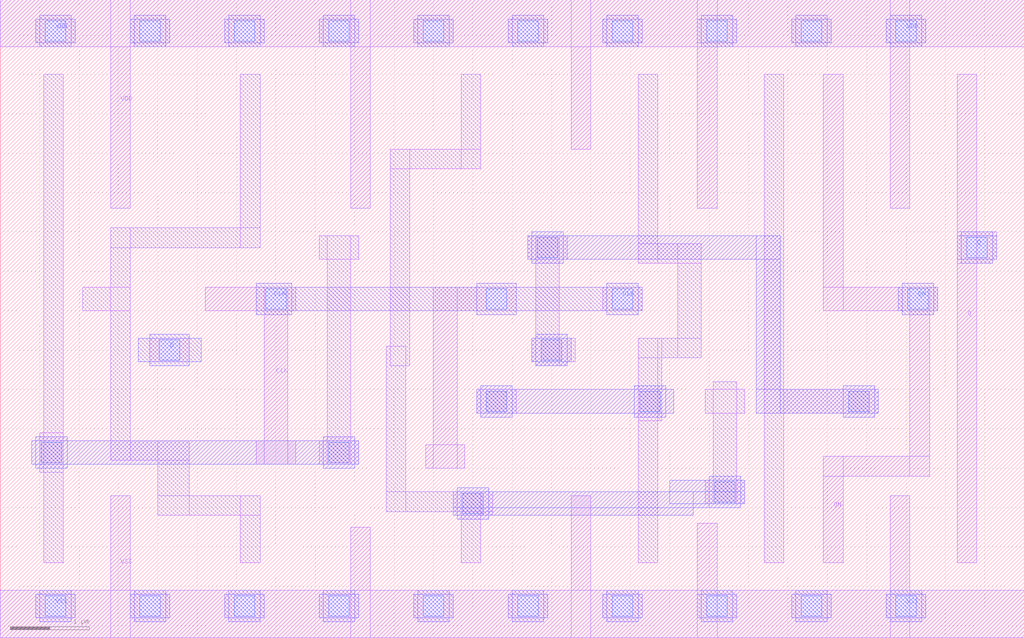
<source format=lef>
VERSION 5.7 ;
BUSBITCHARS "[]" ;
DIVIDERCHAR "/" ;

MACRO gf180mcu_osu_sc_12T_dff_1
  CLASS CORE ;
  ORIGIN 0 0.15 ;
  FOREIGN gf180mcu_osu_sc_12T_dff_1 0 -0.15 ;
  SIZE 13 BY 8.1 ;
  SYMMETRY X Y ;
  SITE 12T ;
  PIN CLK
    DIRECTION INPUT ;
    USE CLOCK ;
    PORT
      LAYER MET1 ;
        RECT 7.65 4 8.15 4.3 ;
        RECT 5.5 4 6.55 4.3 ;
        RECT 5.4 2 5.9 2.3 ;
        RECT 5.5 2 5.8 4.3 ;
        RECT 2.6 4 3.75 4.3 ;
        RECT 3.25 2.05 3.75 2.35 ;
        RECT 3.35 2.05 3.65 4.3 ;
      LAYER MET2 ;
        RECT 3.25 4 8.15 4.3 ;
        RECT 7.7 3.95 8.1 4.35 ;
        RECT 6.05 3.95 6.55 4.35 ;
        RECT 3.25 3.95 3.7 4.35 ;
      LAYER VIA12 ;
        RECT 3.37 4.02 3.63 4.28 ;
        RECT 6.17 4.02 6.43 4.28 ;
        RECT 7.77 4.02 8.03 4.28 ;
    END
  END CLK
  PIN D
    DIRECTION INPUT ;
    USE SIGNAL ;
    PORT
      LAYER MET1 ;
        RECT 1.9 3.35 2.4 3.65 ;
      LAYER MET2 ;
        RECT 1.75 3.35 2.55 3.65 ;
        RECT 1.9 3.3 2.4 3.7 ;
      LAYER VIA12 ;
        RECT 2.02 3.37 2.28 3.63 ;
    END
  END D
  PIN Q
    DIRECTION OUTPUT ;
    USE SIGNAL ;
    PORT
      LAYER MET1 ;
        RECT 12.15 4.65 12.65 5 ;
        RECT 12.15 4.6 12.6 5 ;
        RECT 12.15 0.8 12.4 7 ;
      LAYER MET2 ;
        RECT 12.15 4.65 12.65 4.95 ;
        RECT 12.2 4.6 12.6 5 ;
      LAYER VIA12 ;
        RECT 12.27 4.67 12.53 4.93 ;
    END
  END Q
  PIN QN
    DIRECTION OUTPUT ;
    USE SIGNAL ;
    PORT
      LAYER MET1 ;
        RECT 10.45 4 11.9 4.3 ;
        RECT 11.55 1.9 11.8 4.3 ;
        RECT 10.45 1.9 11.8 2.15 ;
        RECT 10.45 4 10.7 7 ;
        RECT 10.45 0.8 10.7 2.15 ;
      LAYER MET2 ;
        RECT 11.4 4 11.9 4.3 ;
        RECT 11.45 3.95 11.85 4.35 ;
      LAYER VIA12 ;
        RECT 11.52 4.02 11.78 4.28 ;
    END
  END QN
  PIN VDD
    DIRECTION INOUT ;
    USE POWER ;
    SHAPE ABUTMENT ;
    PORT
      LAYER MET1 ;
        RECT 0 7.35 13 7.95 ;
        RECT 11.3 5.3 11.55 7.95 ;
        RECT 8.85 5.3 9.1 7.95 ;
        RECT 7.25 6.05 7.5 7.95 ;
        RECT 4.45 5.3 4.7 7.95 ;
        RECT 1.4 5.3 1.65 7.95 ;
      LAYER MET2 ;
        RECT 11.25 7.4 11.75 7.7 ;
        RECT 11.3 7.35 11.7 7.75 ;
        RECT 10.05 7.4 10.55 7.7 ;
        RECT 10.1 7.35 10.5 7.75 ;
        RECT 8.85 7.4 9.35 7.7 ;
        RECT 8.9 7.35 9.3 7.75 ;
        RECT 7.65 7.4 8.15 7.7 ;
        RECT 7.7 7.35 8.1 7.75 ;
        RECT 6.45 7.4 6.95 7.7 ;
        RECT 6.5 7.35 6.9 7.75 ;
        RECT 5.25 7.4 5.75 7.7 ;
        RECT 5.3 7.35 5.7 7.75 ;
        RECT 4.05 7.4 4.55 7.7 ;
        RECT 4.1 7.35 4.5 7.75 ;
        RECT 2.85 7.4 3.35 7.7 ;
        RECT 2.9 7.35 3.3 7.75 ;
        RECT 1.65 7.4 2.15 7.7 ;
        RECT 1.7 7.35 2.1 7.75 ;
        RECT 0.45 7.4 0.95 7.7 ;
        RECT 0.5 7.35 0.9 7.75 ;
      LAYER VIA12 ;
        RECT 0.57 7.42 0.83 7.68 ;
        RECT 1.77 7.42 2.03 7.68 ;
        RECT 2.97 7.42 3.23 7.68 ;
        RECT 4.17 7.42 4.43 7.68 ;
        RECT 5.37 7.42 5.63 7.68 ;
        RECT 6.57 7.42 6.83 7.68 ;
        RECT 7.77 7.42 8.03 7.68 ;
        RECT 8.97 7.42 9.23 7.68 ;
        RECT 10.17 7.42 10.43 7.68 ;
        RECT 11.37 7.42 11.63 7.68 ;
    END
  END VDD
  PIN VSS
    DIRECTION INOUT ;
    USE GROUND ;
    PORT
      LAYER MET1 ;
        RECT 0 -0.15 13 0.45 ;
        RECT 11.3 -0.15 11.55 1.65 ;
        RECT 8.85 -0.15 9.1 1.3 ;
        RECT 7.25 -0.15 7.5 1.65 ;
        RECT 4.45 -0.15 4.7 1.25 ;
        RECT 1.4 -0.15 1.65 1.65 ;
      LAYER MET2 ;
        RECT 11.25 0.1 11.75 0.4 ;
        RECT 11.3 0.05 11.7 0.45 ;
        RECT 10.05 0.1 10.55 0.4 ;
        RECT 10.1 0.05 10.5 0.45 ;
        RECT 8.85 0.1 9.35 0.4 ;
        RECT 8.9 0.05 9.3 0.45 ;
        RECT 7.65 0.1 8.15 0.4 ;
        RECT 7.7 0.05 8.1 0.45 ;
        RECT 6.45 0.1 6.95 0.4 ;
        RECT 6.5 0.05 6.9 0.45 ;
        RECT 5.25 0.1 5.75 0.4 ;
        RECT 5.3 0.05 5.7 0.45 ;
        RECT 4.05 0.1 4.55 0.4 ;
        RECT 4.1 0.05 4.5 0.45 ;
        RECT 2.85 0.1 3.35 0.4 ;
        RECT 2.9 0.05 3.3 0.45 ;
        RECT 1.65 0.1 2.15 0.4 ;
        RECT 1.7 0.05 2.1 0.45 ;
        RECT 0.45 0.1 0.95 0.4 ;
        RECT 0.5 0.05 0.9 0.45 ;
      LAYER VIA12 ;
        RECT 0.57 0.12 0.83 0.38 ;
        RECT 1.77 0.12 2.03 0.38 ;
        RECT 2.97 0.12 3.23 0.38 ;
        RECT 4.17 0.12 4.43 0.38 ;
        RECT 5.37 0.12 5.63 0.38 ;
        RECT 6.57 0.12 6.83 0.38 ;
        RECT 7.77 0.12 8.03 0.38 ;
        RECT 8.97 0.12 9.23 0.38 ;
        RECT 10.17 0.12 10.43 0.38 ;
        RECT 11.37 0.12 11.63 0.38 ;
    END
  END VSS
  OBS
    LAYER MET2 ;
      RECT 6.75 4.6 7.15 5 ;
      RECT 6.7 4.65 9.9 4.95 ;
      RECT 9.6 2.7 9.9 4.95 ;
      RECT 10.7 2.65 11.1 3.05 ;
      RECT 9.6 2.7 11.15 3 ;
      RECT 9 1.5 9.4 1.9 ;
      RECT 8.5 1.55 9.45 1.85 ;
      RECT 5.8 1.35 6.2 1.75 ;
      RECT 5.75 1.4 8.8 1.7 ;
      RECT 5.75 1.5 9.4 1.7 ;
      RECT 8.05 2.65 8.45 3.05 ;
      RECT 6.1 2.65 6.5 3.05 ;
      RECT 6.05 2.7 8.55 3 ;
      RECT 6.8 3.3 7.2 3.7 ;
      RECT 6.75 3.35 7.25 3.65 ;
      RECT 4.1 2 4.5 2.4 ;
      RECT 0.45 2 0.85 2.4 ;
      RECT 0.4 2.05 4.55 2.35 ;
    LAYER VIA12 ;
      RECT 10.77 2.72 11.03 2.98 ;
      RECT 9.07 1.57 9.33 1.83 ;
      RECT 8.12 2.72 8.38 2.98 ;
      RECT 6.87 3.37 7.13 3.63 ;
      RECT 6.82 4.67 7.08 4.93 ;
      RECT 6.17 2.72 6.43 2.98 ;
      RECT 5.87 1.42 6.13 1.68 ;
      RECT 4.17 2.07 4.43 2.33 ;
      RECT 0.52 2.07 0.78 2.33 ;
    LAYER MET1 ;
      RECT 9.7 0.8 9.95 7 ;
      RECT 9.7 2.7 11.15 3 ;
      RECT 9.05 1.55 9.35 3.1 ;
      RECT 8.95 2.7 9.45 3 ;
      RECT 8.95 1.55 9.45 1.85 ;
      RECT 8.1 4.6 8.35 7 ;
      RECT 8.1 4.6 8.9 4.85 ;
      RECT 8.6 3.4 8.9 4.85 ;
      RECT 8.1 3.4 8.9 3.65 ;
      RECT 8.1 2.6 8.4 3.65 ;
      RECT 8.1 0.8 8.35 3.65 ;
      RECT 6.7 4.65 7.2 4.95 ;
      RECT 6.8 3.3 7.1 4.95 ;
      RECT 6.75 3.35 7.3 3.65 ;
      RECT 6.8 3.3 7.2 3.65 ;
      RECT 5.85 5.8 6.1 7 ;
      RECT 4.95 5.8 6.1 6.05 ;
      RECT 4.95 3.3 5.2 6.05 ;
      RECT 4.9 1.45 5.15 3.55 ;
      RECT 4.9 1.45 6.25 1.7 ;
      RECT 5.85 1.4 6.25 1.7 ;
      RECT 5.85 0.8 6.1 1.7 ;
      RECT 4.05 4.65 4.55 4.95 ;
      RECT 4.15 2.05 4.45 4.95 ;
      RECT 4.05 2.05 4.55 2.35 ;
      RECT 3.05 4.8 3.3 7 ;
      RECT 1.4 4.8 3.3 5.05 ;
      RECT 1.4 2.1 1.65 5.05 ;
      RECT 1.05 4 1.65 4.3 ;
      RECT 1.4 2.1 2.4 2.35 ;
      RECT 2 1.4 2.4 2.35 ;
      RECT 2 1.4 3.3 1.65 ;
      RECT 3.05 0.8 3.3 1.65 ;
      RECT 0.55 0.8 0.8 7 ;
      RECT 0.5 1.95 0.8 2.45 ;
      RECT 6.05 2.7 6.55 3 ;
  END
END gf180mcu_osu_sc_12T_dff_1

</source>
